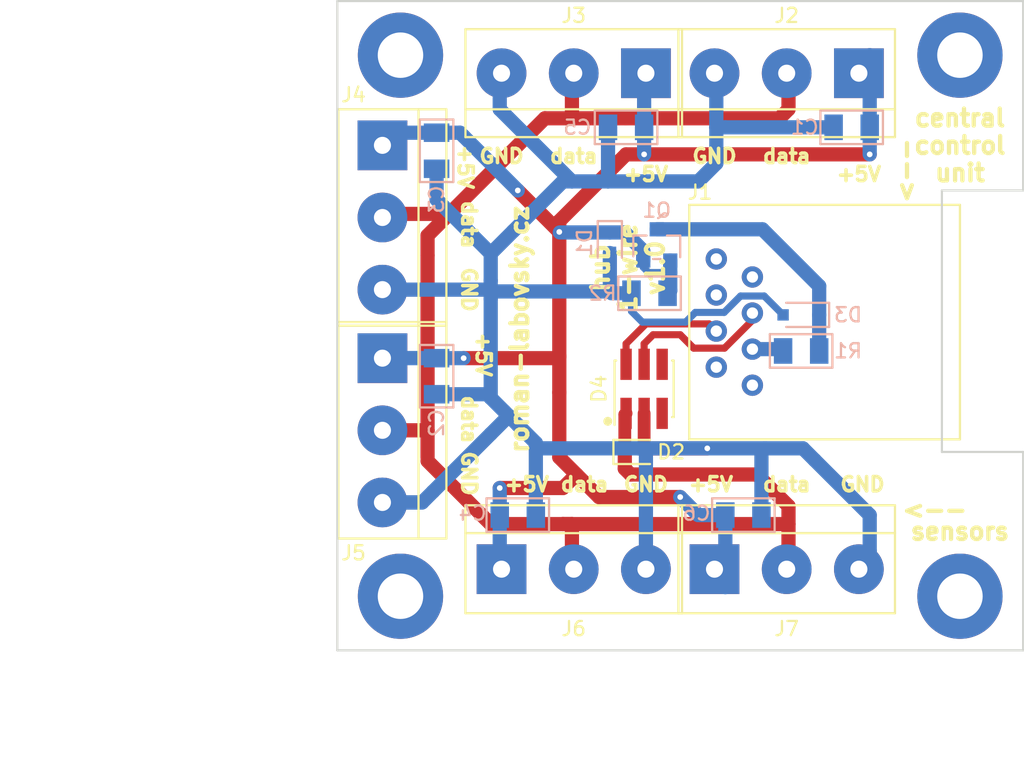
<source format=kicad_pcb>
(kicad_pcb (version 20221018) (generator pcbnew)
  (title_block (title "Hub 1-Wire bus") (rev "v1.0") (company "Roman Labovsky (roman-labovsky.cz)"))
  (layers (0 "F.Cu" signal) (31 "B.Cu" signal) (34 "B.Paste" user) (35 "F.Paste" user) (36 "B.SilkS" user "B.Silkscreen") (37 "F.SilkS" user "F.Silkscreen") (38 "B.Mask" user) (39 "F.Mask" user) (44 "Edge.Cuts" user))
  (net 0 "")
  (net 1 "GND")
  (net 2 "/data")
  (net 3 "Net-(D2-K)")
  (net 4 "/1WIRE_5V_OUT")
  (net 5 "Net-(D3-A1)")
  (net 7 "/1WIRE_5V")
  (net 9 "Net-(D4-A-Pad5)")
  (footprint "connector_rj45_tht_rl:54601-908WPLF" (layer "F.Cu") (at 166.751 88.392 90)
    (fp_text reference "J1" (at 9.144 -10.033 180) (layer "F.SilkS") (effects (font (thickness 0.16))))
    (fp_text value "54601-908WPLF")
    (fp_line (start -8.255 -10.795) (end -8.255 8.255) (stroke (width 0.16)) (layer "F.SilkS"))
    (fp_line (start -8.255 8.255) (end 8.255 8.255) (stroke (width 0.16)) (layer "F.SilkS"))
    (fp_line (start 8.255 -10.795) (end -8.255 -10.795) (stroke (width 0.16)) (layer "F.SilkS"))
    (fp_line (start 8.255 8.255) (end 8.255 -10.795) (stroke (width 0.16)) (layer "F.SilkS"))
    (pad "" np_thru_hole circle (at -5.716 0 90) (size 3.3 3.3) (drill 3.3) (layers "F&B.Cu" "*.Mask"))
    (pad "" np_thru_hole circle (at 5.716 0 90) (size 3.3 3.3) (drill 3.3) (layers "F&B.Cu" "*.Mask"))
    (pad "1" thru_hole circle (at -4.444 -6.35 90) (size 1.5 1.5) (drill 0.8) (layers "*.Cu" "*.Mask"))
    (pad "2" thru_hole circle (at -3.174 -8.89 90) (size 1.5 1.5) (drill 0.8) (layers "*.Cu" "*.Mask"))
    (pad "3" thru_hole circle (at -1.904 -6.35 90) (size 1.5 1.5) (drill 0.8) (layers "*.Cu" "*.Mask") (net 7 "/1WIRE_5V"))
    (pad "4" thru_hole circle (at -0.634 -8.89 90) (size 1.5 1.5) (drill 0.8) (layers "*.Cu" "*.Mask") (net 2 "/data"))
    (pad "5" thru_hole circle (at 0.636 -6.35 90) (size 1.5 1.5) (drill 0.8) (layers "*.Cu" "*.Mask") (net 9 "Net-(D4-A-Pad5)"))
    (pad "6" thru_hole circle (at 1.906 -8.89 270) (size 1.5 1.5) (drill 0.8) (layers "*.Cu" "*.Mask"))
    (pad "7" thru_hole circle (at 3.176 -6.35 90) (size 1.5 1.5) (drill 0.8) (layers "*.Cu" "*.Mask"))
    (pad "8" thru_hole circle (at 4.446 -8.89 90) (size 1.5 1.5) (drill 0.8) (layers "*.Cu" "*.Mask"))
  )
  (footprint "terminal_block_tht_rl:EBBA-03-C-SS-BU" (layer "F.Cu") (at 162.814 70.866 180)
    (fp_text reference "J2" (at 0 4.064 180) (layer "F.SilkS") (effects (font (thickness 0.16))))
    (fp_text value "EBBA-03-C-SS-BU")
    (fp_line (start -7.62 -4.5) (end -7.62 3.1) (stroke (width 0.16)) (layer "F.SilkS"))
    (fp_line (start 7.62 -4.5) (end -7.62 -4.5) (stroke (width 0.16)) (layer "F.SilkS"))
    (fp_line (start 7.62 -4.5) (end 7.62 3.1) (stroke (width 0.16)) (layer "F.SilkS"))
    (fp_line (start 7.62 -2.54) (end -7.62 -2.54) (stroke (width 0.16)) (layer "F.SilkS"))
    (fp_line (start 7.62 3.1) (end -7.62 3.1) (stroke (width 0.16)) (layer "F.SilkS"))
    (pad "1" thru_hole rect (at -5.08 0) (size 3.5 3.5) (drill 1.2) (layers "*.Cu" "*.Mask") (net 4 "/1WIRE_5V_OUT"))
    (pad "2" thru_hole circle (at 0 0) (size 3.5 3.5) (drill 1.2) (layers "*.Cu" "*.Mask") (net 3 "Net-(D2-K)"))
    (pad "3" thru_hole circle (at 5.08 0) (size 3.5 3.5) (drill 1.2) (layers "*.Cu" "*.Mask") (net 1 "GND"))
  )
  (footprint "terminal_block_tht_rl:EBBA-03-C-SS-BU" (layer "F.Cu") (at 134.366 81.026 -90)
    (fp_text reference "J4" (at -8.636 2.032) (layer "F.SilkS") (effects (font (thickness 0.16))))
    (fp_text value "EBBA-03-C-SS-BU")
    (fp_line (start -7.62 -4.5) (end -7.62 3.1) (stroke (width 0.16)) (layer "F.SilkS"))
    (fp_line (start 7.62 -4.5) (end -7.62 -4.5) (stroke (width 0.16)) (layer "F.SilkS"))
    (fp_line (start 7.62 -4.5) (end 7.62 3.1) (stroke (width 0.16)) (layer "F.SilkS"))
    (fp_line (start 7.62 -2.54) (end -7.62 -2.54) (stroke (width 0.16)) (layer "F.SilkS"))
    (fp_line (start 7.62 3.1) (end -7.62 3.1) (stroke (width 0.16)) (layer "F.SilkS"))
    (pad "1" thru_hole rect (at -5.08 0 90) (size 3.5 3.5) (drill 1.2) (layers "*.Cu" "*.Mask") (net 4 "/1WIRE_5V_OUT"))
    (pad "2" thru_hole circle (at 0 0 90) (size 3.5 3.5) (drill 1.2) (layers "*.Cu" "*.Mask") (net 3 "Net-(D2-K)"))
    (pad "3" thru_hole circle (at 5.08 0 90) (size 3.5 3.5) (drill 1.2) (layers "*.Cu" "*.Mask") (net 1 "GND"))
  )
  (footprint "terminal_block_tht_rl:EBBA-03-C-SS-BU" (layer "F.Cu") (at 134.366 96.012 -90)
    (fp_text reference "J5" (at 8.636 2.032 180) (layer "F.SilkS") (effects (font (thickness 0.16))))
    (fp_text value "EBBA-03-C-SS-BU")
    (fp_line (start -7.62 -4.5) (end -7.62 3.1) (stroke (width 0.16)) (layer "F.SilkS"))
    (fp_line (start 7.62 -4.5) (end -7.62 -4.5) (stroke (width 0.16)) (layer "F.SilkS"))
    (fp_line (start 7.62 -4.5) (end 7.62 3.1) (stroke (width 0.16)) (layer "F.SilkS"))
    (fp_line (start 7.62 -2.54) (end -7.62 -2.54) (stroke (width 0.16)) (layer "F.SilkS"))
    (fp_line (start 7.62 3.1) (end -7.62 3.1) (stroke (width 0.16)) (layer "F.SilkS"))
    (pad "1" thru_hole rect (at -5.08 0 90) (size 3.5 3.5) (drill 1.2) (layers "*.Cu" "*.Mask") (net 4 "/1WIRE_5V_OUT"))
    (pad "2" thru_hole circle (at 0 0 90) (size 3.5 3.5) (drill 1.2) (layers "*.Cu" "*.Mask") (net 3 "Net-(D2-K)"))
    (pad "3" thru_hole circle (at 5.08 0 90) (size 3.5 3.5) (drill 1.2) (layers "*.Cu" "*.Mask") (net 1 "GND"))
  )
  (footprint "terminal_block_tht_rl:EBBA-03-C-SS-BU" (layer "F.Cu") (at 147.828 70.866 180)
    (fp_text reference "J3" (at 0 4.064 180) (layer "F.SilkS") (effects (font (thickness 0.16))))
    (fp_text value "EBBA-03-C-SS-BU")
    (fp_line (start -7.62 -4.5) (end -7.62 3.1) (stroke (width 0.16)) (layer "F.SilkS"))
    (fp_line (start 7.62 -4.5) (end -7.62 -4.5) (stroke (width 0.16)) (layer "F.SilkS"))
    (fp_line (start 7.62 -4.5) (end 7.62 3.1) (stroke (width 0.16)) (layer "F.SilkS"))
    (fp_line (start 7.62 -2.54) (end -7.62 -2.54) (stroke (width 0.16)) (layer "F.SilkS"))
    (fp_line (start 7.62 3.1) (end -7.62 3.1) (stroke (width 0.16)) (layer "F.SilkS"))
    (pad "1" thru_hole rect (at -5.08 0) (size 3.5 3.5) (drill 1.2) (layers "*.Cu" "*.Mask") (net 4 "/1WIRE_5V_OUT"))
    (pad "2" thru_hole circle (at 0 0) (size 3.5 3.5) (drill 1.2) (layers "*.Cu" "*.Mask") (net 3 "Net-(D2-K)"))
    (pad "3" thru_hole circle (at 5.08 0) (size 3.5 3.5) (drill 1.2) (layers "*.Cu" "*.Mask") (net 1 "GND"))
  )
  (footprint "terminal_block_tht_rl:EBBA-03-C-SS-BU" (layer "F.Cu") (at 147.828 105.791)
    (fp_text reference "J6" (at 0 4.191 180) (layer "F.SilkS") (effects (font (thickness 0.16))))
    (fp_text value "EBBA-03-C-SS-BU")
    (fp_line (start -7.62 -4.5) (end -7.62 3.1) (stroke (width 0.16)) (layer "F.SilkS"))
    (fp_line (start 7.62 -4.5) (end -7.62 -4.5) (stroke (width 0.16)) (layer "F.SilkS"))
    (fp_line (start 7.62 -4.5) (end 7.62 3.1) (stroke (width 0.16)) (layer "F.SilkS"))
    (fp_line (start 7.62 -2.54) (end -7.62 -2.54) (stroke (width 0.16)) (layer "F.SilkS"))
    (fp_line (start 7.62 3.1) (end -7.62 3.1) (stroke (width 0.16)) (layer "F.SilkS"))
    (pad "1" thru_hole rect (at -5.08 0 180) (size 3.5 3.5) (drill 1.2) (layers "*.Cu" "*.Mask") (net 4 "/1WIRE_5V_OUT"))
    (pad "2" thru_hole circle (at 0 0 180) (size 3.5 3.5) (drill 1.2) (layers "*.Cu" "*.Mask") (net 3 "Net-(D2-K)"))
    (pad "3" thru_hole circle (at 5.08 0 180) (size 3.5 3.5) (drill 1.2) (layers "*.Cu" "*.Mask") (net 1 "GND"))
  )
  (footprint "package_tsoc_rl:tsoc_6" (layer "F.Cu") (at 152.781 93.091 90)
    (fp_text reference "D4" (at 0 -3.175 90) (layer "F.SilkS") (effects (font (thickness 0.16))))
    (fp_text value "DS9503_us")
    (fp_line (start -2.54 -2.08) (end 1.99 -2.08) (stroke (width 0.16)) (layer "F.SilkS"))
    (fp_line (start -1.99 1.9685) (end -1.99 2.08) (stroke (width 0.16)) (layer "F.SilkS"))
    (fp_line (start -1.99 2.08) (end 1.99 2.08) (stroke (width 0.16)) (layer "F.SilkS"))
    (fp_line (start 1.99 -2.08) (end 1.99 -1.9685) (stroke (width 0.16)) (layer "F.SilkS"))
    (fp_line (start 1.99 1.9685) (end 1.99 2.08) (stroke (width 0.16)) (layer "F.SilkS"))
    (fp_circle (center -2.286 -2.55499) (end -2.54 -2.55499) (stroke (width 0.12)) (fill none) (layer "F.SilkS"))
    (fp_circle (center -2.286 -2.55499) (end -2.286 -2.49149) (stroke (width 0.12)) (fill none) (layer "F.SilkS"))
    (fp_circle (center -2.286 -2.55499) (end -2.2225 -2.42799) (stroke (width 0.12)) (fill none) (layer "F.SilkS"))
    (pad "1" smd rect (at -1.7272 -1.27 90) (size 2.2 0.8) (layers "F.Cu" "F.Paste" "F.Mask") (net 3 "Net-(D2-K)"))
    (pad "2" smd rect (at -1.7272 0 90) (size 2.2 0.8) (layers "F.Cu" "F.Paste" "F.Mask") (net 1 "GND"))
    (pad "3" smd rect (at -1.7272 1.27 90) (size 2.2 0.8) (layers "F.Cu" "F.Paste" "F.Mask"))
    (pad "4" smd rect (at 1.7272 1.27 90) (size 2.2 0.8) (layers "F.Cu" "F.Paste" "F.Mask"))
    (pad "5" smd rect (at 1.7272 0 90) (size 2.2 0.8) (layers "F.Cu" "F.Paste" "F.Mask") (net 9 "Net-(D4-A-Pad5)"))
    (pad "6" smd rect (at 1.7272 -1.27 90) (size 2.2 0.8) (layers "F.Cu" "F.Paste" "F.Mask") (net 2 "/data"))
  )
  (footprint "package_sod_rl:sod_523" (layer "F.Cu") (at 152.146 97.536)
    (fp_text reference "D2" (at 2.54 0) (layer "F.SilkS") (effects (font (thickness 0.16))))
    (fp_text value "UCLAMP0501H.TCT")
    (fp_line (start -1.524 -0.85) (end -1.524 0.85) (stroke (width 0.16)) (layer "F.SilkS"))
    (fp_line (start -1.524 -0.85) (end 1.05 -0.85) (stroke (width 0.16)) (layer "F.SilkS"))
    (fp_line (start -1.524 0.85) (end 1.05 0.85) (stroke (width 0.16)) (layer "F.SilkS"))
    (pad "1" smd rect (at -0.725 0) (size 0.9 0.9) (layers "F.Cu" "F.Paste" "F.Mask") (net 3 "Net-(D2-K)"))
    (pad "2" smd rect (at 0.725 0) (size 0.9 0.9) (layers "F.Cu" "F.Paste" "F.Mask") (net 1 "GND"))
  )
  (footprint "terminal_block_tht_rl:EBBA-03-C-SS-BU" (layer "F.Cu") (at 162.814 105.791)
    (fp_text reference "J7" (at 0 4.191 180) (layer "F.SilkS") (effects (font (thickness 0.16))))
    (fp_text value "EBBA-03-C-SS-BU")
    (fp_line (start -7.62 -4.5) (end -7.62 3.1) (stroke (width 0.16)) (layer "F.SilkS"))
    (fp_line (start 7.62 -4.5) (end -7.62 -4.5) (stroke (width 0.16)) (layer "F.SilkS"))
    (fp_line (start 7.62 -4.5) (end 7.62 3.1) (stroke (width 0.16)) (layer "F.SilkS"))
    (fp_line (start 7.62 -2.54) (end -7.62 -2.54) (stroke (width 0.16)) (layer "F.SilkS"))
    (fp_line (start 7.62 3.1) (end -7.62 3.1) (stroke (width 0.16)) (layer "F.SilkS"))
    (pad "1" thru_hole rect (at -5.08 0 180) (size 3.5 3.5) (drill 1.2) (layers "*.Cu" "*.Mask") (net 4 "/1WIRE_5V_OUT"))
    (pad "2" thru_hole circle (at 0 0 180) (size 3.5 3.5) (drill 1.2) (layers "*.Cu" "*.Mask") (net 3 "Net-(D2-K)"))
    (pad "3" thru_hole circle (at 5.08 0 180) (size 3.5 3.5) (drill 1.2) (layers "*.Cu" "*.Mask") (net 1 "GND"))
  )
  (footprint "mounting_hole_pad_rl:mounting_hole_pad_3.2x6mm" (layer "F.Cu") (at 175.006 107.696)
    (fp_text reference "H4" hide)
    (fp_text value "mounting_hole_pad_3.2x6mm" hide)
    (pad "1" thru_hole circle (at 0 0) (size 6 6) (drill 3.2) (layers "*.Cu" "*.Mask"))
  )
  (footprint "mounting_hole_pad_rl:mounting_hole_pad_3.2x6mm" (layer "F.Cu") (at 175.006 69.596)
    (fp_text reference "H2" hide)
    (fp_text value "mounting_hole_pad_3.2x6mm" hide)
    (pad "1" thru_hole circle (at 0 0) (size 6 6) (drill 3.2) (layers "*.Cu" "*.Mask"))
  )
  (footprint "mounting_hole_pad_rl:mounting_hole_pad_3.2x6mm" (layer "F.Cu") (at 135.636 107.696)
    (fp_text reference "H3" hide)
    (fp_text value "mounting_hole_pad_3.2x6mm" hide)
    (pad "1" thru_hole circle (at 0 0) (size 6 6) (drill 3.2) (layers "*.Cu" "*.Mask"))
  )
  (footprint "mounting_hole_pad_rl:mounting_hole_pad_3.2x6mm" (layer "F.Cu") (at 135.636 69.596)
    (fp_text reference "H1" hide)
    (fp_text value "mounting_hole_pad_3.2x6mm" hide)
    (pad "1" thru_hole circle (at 0 0) (size 6 6) (drill 3.2) (layers "*.Cu" "*.Mask"))
  )
  (footprint "package_sod_rl:sod_523" (layer "B.Cu") (at 150.368 82.804 -90)
    (fp_text reference "D1" (at 0 1.778 270) (layer "B.SilkS") (effects (font (thickness 0.16)) (justify mirror)))
    (fp_text value "UCLAMP0501H.TCT")
    (fp_line (start -1.524 -0.85) (end 1.05 -0.85) (stroke (width 0.16)) (layer "B.SilkS"))
    (fp_line (start -1.524 0.85) (end -1.524 -0.85) (stroke (width 0.16)) (layer "B.SilkS"))
    (fp_line (start -1.524 0.85) (end 1.05 0.85) (stroke (width 0.16)) (layer "B.SilkS"))
    (pad "1" smd rect (at -0.725 0 270) (size 0.9 0.9) (layers "B.Cu" "B.Paste" "B.Mask") (net 4 "/1WIRE_5V_OUT"))
    (pad "2" smd rect (at 0.725 0 270) (size 0.9 0.9) (layers "B.Cu" "B.Paste" "B.Mask") (net 1 "GND"))
  )
  (footprint "capacitor_smd_rl:c_1206" (layer "B.Cu") (at 167.386 74.676 180)
    (fp_text reference "C1" (at 3.302 0) (layer "B.SilkS") (effects (font (thickness 0.16)) (justify mirror)))
    (fp_text value "1uF")
    (fp_line (start -2.2 -1.18) (end -2.2 1.18) (stroke (width 0.16)) (layer "B.SilkS"))
    (fp_line (start -2.2 1.18) (end 2.2 1.18) (stroke (width 0.16)) (layer "B.SilkS"))
    (fp_line (start 2.2 -1.18) (end -2.2 -1.18) (stroke (width 0.16)) (layer "B.SilkS"))
    (fp_line (start 2.2 1.18) (end 2.2 -1.18) (stroke (width 0.16)) (layer "B.SilkS"))
    (pad "1" smd trapezoid (at -1.27 0 180) (size 1.3 1.8) (layers "B.Cu" "B.Paste" "B.Mask") (net 4 "/1WIRE_5V_OUT"))
    (pad "2" smd trapezoid (at 1.27 0 180) (size 1.3 1.8) (layers "B.Cu" "B.Paste" "B.Mask") (net 1 "GND"))
  )
  (footprint "capacitor_smd_rl:c_1206" (layer "B.Cu") (at 138.176 92.202 -90)
    (fp_text reference "C2" (at 3.302 0 90) (layer "B.SilkS") (effects (font (thickness 0.16)) (justify mirror)))
    (fp_text value "1uF")
    (fp_line (start -2.2 -1.18) (end -2.2 1.18) (stroke (width 0.16)) (layer "B.SilkS"))
    (fp_line (start -2.2 1.18) (end 2.2 1.18) (stroke (width 0.16)) (layer "B.SilkS"))
    (fp_line (start 2.2 -1.18) (end -2.2 -1.18) (stroke (width 0.16)) (layer "B.SilkS"))
    (fp_line (start 2.2 1.18) (end 2.2 -1.18) (stroke (width 0.16)) (layer "B.SilkS"))
    (pad "1" smd trapezoid (at -1.27 0 270) (size 1.3 1.8) (layers "B.Cu" "B.Paste" "B.Mask") (net 4 "/1WIRE_5V_OUT"))
    (pad "2" smd trapezoid (at 1.27 0 270) (size 1.3 1.8) (layers "B.Cu" "B.Paste" "B.Mask") (net 1 "GND"))
  )
  (footprint "capacitor_smd_rl:c_1206" (layer "B.Cu") (at 151.511 74.676 180)
    (fp_text reference "C5" (at 3.429 0) (layer "B.SilkS") (effects (font (thickness 0.16)) (justify mirror)))
    (fp_text value "1uF")
    (fp_line (start -2.2 -1.18) (end -2.2 1.18) (stroke (width 0.16)) (layer "B.SilkS"))
    (fp_line (start -2.2 1.18) (end 2.2 1.18) (stroke (width 0.16)) (layer "B.SilkS"))
    (fp_line (start 2.2 -1.18) (end -2.2 -1.18) (stroke (width 0.16)) (layer "B.SilkS"))
    (fp_line (start 2.2 1.18) (end 2.2 -1.18) (stroke (width 0.16)) (layer "B.SilkS"))
    (pad "1" smd trapezoid (at -1.27 0 180) (size 1.3 1.8) (layers "B.Cu" "B.Paste" "B.Mask") (net 4 "/1WIRE_5V_OUT"))
    (pad "2" smd trapezoid (at 1.27 0 180) (size 1.3 1.8) (layers "B.Cu" "B.Paste" "B.Mask") (net 1 "GND"))
  )
  (footprint "capacitor_smd_rl:c_1206" (layer "B.Cu") (at 143.891 101.981)
    (fp_text reference "C4" (at -3.175 -0.127) (layer "B.SilkS") (effects (font (thickness 0.16)) (justify mirror)))
    (fp_text value "1uF")
    (fp_line (start -2.2 -1.18) (end -2.2 1.18) (stroke (width 0.16)) (layer "B.SilkS"))
    (fp_line (start -2.2 1.18) (end 2.2 1.18) (stroke (width 0.16)) (layer "B.SilkS"))
    (fp_line (start 2.2 -1.18) (end -2.2 -1.18) (stroke (width 0.16)) (layer "B.SilkS"))
    (fp_line (start 2.2 1.18) (end 2.2 -1.18) (stroke (width 0.16)) (layer "B.SilkS"))
    (pad "1" smd trapezoid (at -1.27 0) (size 1.3 1.8) (layers "B.Cu" "B.Paste" "B.Mask") (net 4 "/1WIRE_5V_OUT"))
    (pad "2" smd trapezoid (at 1.27 0) (size 1.3 1.8) (layers "B.Cu" "B.Paste" "B.Mask") (net 1 "GND"))
  )
  (footprint "capacitor_smd_rl:c_1206" (layer "B.Cu") (at 159.766 101.981)
    (fp_text reference "C6" (at -3.302 -0.127) (layer "B.SilkS") (effects (font (thickness 0.16)) (justify mirror)))
    (fp_text value "1uF")
    (fp_line (start -2.2 -1.18) (end -2.2 1.18) (stroke (width 0.16)) (layer "B.SilkS"))
    (fp_line (start -2.2 1.18) (end 2.2 1.18) (stroke (width 0.16)) (layer "B.SilkS"))
    (fp_line (start 2.2 -1.18) (end -2.2 -1.18) (stroke (width 0.16)) (layer "B.SilkS"))
    (fp_line (start 2.2 1.18) (end 2.2 -1.18) (stroke (width 0.16)) (layer "B.SilkS"))
    (pad "1" smd trapezoid (at -1.27 0) (size 1.3 1.8) (layers "B.Cu" "B.Paste" "B.Mask") (net 4 "/1WIRE_5V_OUT"))
    (pad "2" smd trapezoid (at 1.27 0) (size 1.3 1.8) (layers "B.Cu" "B.Paste" "B.Mask") (net 1 "GND"))
  )
  (footprint "package_sod_rl:sod_323" (layer "B.Cu") (at 163.83 87.884 180)
    (fp_text reference "D3" (at -3.302 0) (layer "B.SilkS") (effects (font (thickness 0.16)) (justify mirror)))
    (fp_text value "ESD3B5V0WS")
    (fp_line (start -1.9685 -0.85) (end 1.05 -0.85) (stroke (width 0.16)) (layer "B.SilkS"))
    (fp_line (start -1.9685 0.85) (end -1.9685 -0.85) (stroke (width 0.16)) (layer "B.SilkS"))
    (fp_line (start -1.9685 0.85) (end 1.05 0.85) (stroke (width 0.16)) (layer "B.SilkS"))
    (pad "1" smd rect (at -1.27 0 180) (size 0.8 0.8) (layers "B.Cu" "B.Paste" "B.Mask") (net 5 "Net-(D3-A1)"))
    (pad "2" smd rect (at 1.27 0 180) (size 0.8 0.8) (layers "B.Cu" "B.Paste" "B.Mask") (net 1 "GND"))
  )
  (footprint "package_sot_rl:sot_23" (layer "B.Cu") (at 153.67 83.058 90)
    (fp_text reference "Q1" (at 2.54 0 180) (layer "B.SilkS") (effects (font (thickness 0.16)) (justify mirror)))
    (fp_text value "YJL3415A")
    (fp_line (start -0.889 0.254) (end -0.889 -0.254) (stroke (width 0.16)) (layer "B.SilkS"))
    (fp_line (start 0.76 -1.651) (end -0.7 -1.651) (stroke (width 0.16)) (layer "B.SilkS"))
    (fp_line (start 0.76 -1.651) (end 0.76 -0.721) (stroke (width 0.16)) (layer "B.SilkS"))
    (fp_line (start 0.76 1.651) (end -0.762 1.651) (stroke (width 0.16)) (layer "B.SilkS"))
    (fp_line (start 0.76 1.651) (end 0.76 0.721) (stroke (width 0.16)) (layer "B.SilkS"))
    (pad "1" smd rect (at -1 0.95 90) (size 1 1) (layers "B.Cu" "B.Paste" "B.Mask") (net 4 "/1WIRE_5V_OUT"))
    (pad "2" smd rect (at -1 -0.95 90) (size 1 1) (layers "B.Cu" "B.Paste" "B.Mask") (net 4 "/1WIRE_5V_OUT"))
    (pad "3" smd rect (at 1.2 0 90) (size 1 1) (layers "B.Cu" "B.Paste" "B.Mask") (net 5 "Net-(D3-A1)"))
  )
  (footprint "resistor_smd_rl:r_1206" (layer "B.Cu") (at 163.83 90.424 180)
    (fp_text reference "R1" (at -3.302 0) (layer "B.SilkS") (effects (font (thickness 0.16)) (justify mirror)))
    (fp_text value "10R/0.5W")
    (fp_line (start -2.2 -1.18) (end -2.2 1.18) (stroke (width 0.16)) (layer "B.SilkS"))
    (fp_line (start -2.2 1.18) (end 2.2 1.18) (stroke (width 0.16)) (layer "B.SilkS"))
    (fp_line (start 2.2 -1.18) (end -2.2 -1.18) (stroke (width 0.16)) (layer "B.SilkS"))
    (fp_line (start 2.2 1.18) (end 2.2 -1.18) (stroke (width 0.16)) (layer "B.SilkS"))
    (pad "1" smd trapezoid (at -1.27 0 180) (size 1.3 1.8) (layers "B.Cu" "B.Paste" "B.Mask") (net 5 "Net-(D3-A1)"))
    (pad "2" smd trapezoid (at 1.27 0 180) (size 1.3 1.8) (layers "B.Cu" "B.Paste" "B.Mask") (net 7 "/1WIRE_5V"))
  )
  (footprint "resistor_smd_rl:r_1206" (layer "B.Cu") (at 153.162 86.36 180)
    (fp_text reference "R2" (at 3.302 0) (layer "B.SilkS") (effects (font (thickness 0.16)) (justify mirror)))
    (fp_text value "100k")
    (fp_line (start -2.2 -1.18) (end -2.2 1.18) (stroke (width 0.16)) (layer "B.SilkS"))
    (fp_line (start -2.2 1.18) (end 2.2 1.18) (stroke (width 0.16)) (layer "B.SilkS"))
    (fp_line (start 2.2 -1.18) (end -2.2 -1.18) (stroke (width 0.16)) (layer "B.SilkS"))
    (fp_line (start 2.2 1.18) (end 2.2 -1.18) (stroke (width 0.16)) (layer "B.SilkS"))
    (pad "1" smd trapezoid (at -1.27 0 180) (size 1.3 1.8) (layers "B.Cu" "B.Paste" "B.Mask") (net 4 "/1WIRE_5V_OUT"))
    (pad "2" smd trapezoid (at 1.27 0 180) (size 1.3 1.8) (layers "B.Cu" "B.Paste" "B.Mask") (net 1 "GND"))
  )
  (footprint "capacitor_smd_rl:c_1206" (layer "B.Cu") (at 138.176 76.327 -90)
    (fp_text reference "C3" (at 3.429 0 90) (layer "B.SilkS") (effects (font (thickness 0.16)) (justify mirror)))
    (fp_text value "1uF")
    (fp_line (start -2.2 -1.18) (end -2.2 1.18) (stroke (width 0.16)) (layer "B.SilkS"))
    (fp_line (start -2.2 1.18) (end 2.2 1.18) (stroke (width 0.16)) (layer "B.SilkS"))
    (fp_line (start 2.2 -1.18) (end -2.2 -1.18) (stroke (width 0.16)) (layer "B.SilkS"))
    (fp_line (start 2.2 1.18) (end 2.2 -1.18) (stroke (width 0.16)) (layer "B.SilkS"))
    (pad "1" smd trapezoid (at -1.27 0 270) (size 1.3 1.8) (layers "B.Cu" "B.Paste" "B.Mask") (net 4 "/1WIRE_5V_OUT"))
    (pad "2" smd trapezoid (at 1.27 0 270) (size 1.3 1.8) (layers "B.Cu" "B.Paste" "B.Mask") (net 1 "GND"))
  )
  (gr_line (start 131.191 111.506) (end 131.191 65.786) (stroke (width 0.15)) (layer "Edge.Cuts"))
  (gr_line (start 179.451 65.786) (end 179.451 79.121) (stroke (width 0.15)) (layer "Edge.Cuts"))
  (gr_line (start 131.191 111.506) (end 179.451 111.506) (stroke (width 0.15)) (layer "Edge.Cuts"))
  (gr_line (start 173.736 79.121) (end 179.451 79.121) (stroke (width 0.15)) (layer "Edge.Cuts"))
  (gr_line (start 173.736 79.121) (end 173.736 97.536) (stroke (width 0.15)) (layer "Edge.Cuts"))
  (gr_line (start 173.736 97.536) (end 179.451 97.536) (stroke (width 0.15)) (layer "Edge.Cuts"))
  (gr_line (start 179.451 97.536) (end 179.451 111.506) (stroke (width 0.15)) (layer "Edge.Cuts"))
  (gr_line (start 131.191 65.786) (end 179.451 65.786) (stroke (width 0.15)) (layer "Edge.Cuts"))
  (gr_text "data" (at 162.814 76.708) (layer "F.SilkS") (effects (font (size 1 1) (thickness 0.25))))
  (gr_text "GND" (at 157.734 76.708) (layer "F.SilkS") (effects (font (size 1 1) (thickness 0.25))))
  (gr_text "+5V" (at 152.908 77.978) (layer "F.SilkS") (effects (font (size 1 1) (thickness 0.25))))
  (gr_text "GND" (at 142.748 76.708) (layer "F.SilkS") (effects (font (size 1 1) (thickness 0.25))))
  (gr_text "+5V" (at 140.208 77.47 270) (layer "F.SilkS") (effects (font (size 1 1) (thickness 0.25))))
  (gr_text "data" (at 140.462 81.534 270) (layer "F.SilkS") (effects (font (size 1 1) (thickness 0.25))))
  (gr_text "GND" (at 140.462 86.106 270) (layer "F.SilkS") (effects (font (size 1 1) (thickness 0.25))))
  (gr_text "+5V" (at 141.478 90.678 270) (layer "F.SilkS") (effects (font (size 1 1) (thickness 0.25))))
  (gr_text "data" (at 140.462 95.25 270) (layer "F.SilkS") (effects (font (size 1 1) (thickness 0.25))))
  (gr_text "GND" (at 140.462 99.06 270) (layer "F.SilkS") (effects (font (size 1 1) (thickness 0.25))))
  (gr_text "GND" (at 152.908 99.822) (layer "F.SilkS") (effects (font (size 1 1) (thickness 0.25))))
  (gr_text "data" (at 148.59 99.822) (layer "F.SilkS") (effects (font (size 1 1) (thickness 0.25))))
  (gr_text "+5V" (at 144.526 99.822) (layer "F.SilkS") (effects (font (size 1 1) (thickness 0.25))))
  (gr_text "GND" (at 168.148 99.822) (layer "F.SilkS") (effects (font (size 1 1) (thickness 0.25))))
  (gr_text "data" (at 162.814 99.822) (layer "F.SilkS") (effects (font (size 1 1) (thickness 0.25))))
  (gr_text "+5V" (at 157.48 99.822) (layer "F.SilkS") (effects (font (size 1 1) (thickness 0.25))))
  (gr_text "data" (at 147.828 76.708) (layer "F.SilkS") (effects (font (size 1 1) (thickness 0.25))))
  (gr_text "central\ncontrol\nunit" (at 175.006 75.946) (layer "F.SilkS") (effects (font (size 1.2 1.2) (thickness 0.3))))
  (gr_text "hub\n1-wire\nv1.0" (at 151.638 84.582 90) (layer "F.SilkS") (effects (font (size 1.2 1.2) (thickness 0.3))))
  (gr_text "sensors" (at 175.006 103.124) (layer "F.SilkS") (effects (font (size 1.2 1.2) (thickness 0.3))))
  (gr_text "<--" (at 173.228 101.6) (layer "F.SilkS") (effects (font (size 1.2 1.2) (thickness 0.3))))
  (gr_text "<--" (at 171.196 77.724 90) (layer "F.SilkS") (effects (font (size 1.2 1.2) (thickness 0.3))))
  (gr_text "roman-labovsky.cz" (at 144.018 88.9 90) (layer "F.SilkS") (effects (font (size 1.2 1.2) (thickness 0.3))))
  (gr_text "+5V" (at 167.894 77.978) (layer "F.SilkS") (effects (font (size 1 1) (thickness 0.25))))
  (segment (start 152.781 94.8182) (end 152.781 96.901) (width 0.9) (layer "F.Cu") (net 1))
  (segment (start 157.226 97.282) (end 153.416 97.282) (width 1) (layer "F.Cu") (net 1))
  (segment (start 152.781 97.446) (end 152.871 97.536) (width 0.9) (layer "F.Cu") (net 1))
  (segment (start 152.781 96.901) (end 152.781 97.446) (width 0.9) (layer "F.Cu") (net 1))
  (via (at 157.226 97.282) (size 0.8) (drill 0.4) (layers "F.Cu" "B.Cu") (net 1))
  (segment (start 141.986 83.566) (end 141.986 85.471) (width 1) (layer "B.Cu") (net 1))
  (segment (start 142.621 73.406) (end 147.701 78.486) (width 1) (layer "B.Cu") (net 1))
  (segment (start 138.176 79.756) (end 141.986 83.566) (width 1) (layer "B.Cu") (net 1))
  (segment (start 141.986 93.726) (end 141.986 86.741) (width 1) (layer "B.Cu") (net 1))
  (segment (start 150.241 74.676) (end 150.241 78.486) (width 1) (layer "B.Cu") (net 1))
  (segment (start 151.892 86.36) (end 150.495 86.36) (width 1) (layer "B.Cu") (net 1))
  (segment (start 137.922 100.33) (end 141.986 96.266) (width 1) (layer "B.Cu") (net 1))
  (segment (start 150.368 86.233) (end 150.495 86.36) (width 1) (layer "B.Cu") (net 1))
  (segment (start 168.656 104.521) (end 168.656 101.981) (width 1) (layer "B.Cu") (net 1))
  (segment (start 143.891 95.631) (end 143.256 94.996) (width 1) (layer "B.Cu") (net 1))
  (segment (start 137.16 101.092) (end 137.922 100.33) (width 1) (layer "B.Cu") (net 1))
  (segment (start 152.908 105.791) (end 152.908 97.79) (width 1) (layer "B.Cu") (net 1))
  (segment (start 134.366 86.106) (end 141.986 86.106) (width 1) (layer "B.Cu") (net 1))
  (segment (start 141.732 93.472) (end 141.986 93.726) (width 1) (layer "B.Cu") (net 1))
  (segment (start 167.386 105.791) (end 168.656 104.521) (width 1) (layer "B.Cu") (net 1))
  (segment (start 155.702 88.392) (end 156.38399 87.71001) (width 0.5) (layer "B.Cu") (net 1))
  (segment (start 147.701 78.486) (end 147.066 78.486) (width 1) (layer "B.Cu") (net 1))
  (segment (start 161.29 97.282) (end 163.957 97.282) (width 1) (layer "B.Cu") (net 1))
  (segment (start 150.368 83.529) (end 150.368 86.233) (width 1) (layer "B.Cu") (net 1))
  (segment (start 158.412992 87.71001) (end 156.38399 87.71001) (width 0.5) (layer "B.Cu") (net 1))
  (segment (start 145.161 101.981) (end 145.161 96.901) (width 1) (layer "B.Cu") (net 1))
  (segment (start 145.161 97.282) (end 152.4 97.282) (width 1) (layer "B.Cu") (net 1))
  (segment (start 161.231999 86.555999) (end 159.567003 86.555999) (width 0.5) (layer "B.Cu") (net 1))
  (segment (start 159.567003 86.555999) (end 158.412992 87.71001) (width 0.5) (layer "B.Cu") (net 1))
  (segment (start 150.368 86.233) (end 142.113 86.233) (width 1) (layer "B.Cu") (net 1))
  (segment (start 166.116 74.676) (end 158.496 74.676) (width 1) (layer "B.Cu") (net 1))
  (segment (start 161.036 101.981) (end 161.036 97.536) (width 1) (layer "B.Cu") (net 1))
  (segment (start 152.654 88.392) (end 155.702 88.392) (width 0.5) (layer "B.Cu") (net 1))
  (segment (start 142.9385 94.6785) (end 141.986 93.726) (width 1) (layer "B.Cu") (net 1))
  (segment (start 162.56 87.884) (end 161.231999 86.555999) (width 0.5) (layer "B.Cu") (net 1))
  (segment (start 138.176 93.472) (end 141.732 93.472) (width 1) (layer "B.Cu") (net 1))
  (segment (start 163.957 97.282) (end 164.7825 98.1075) (width 1) (layer "B.Cu") (net 1))
  (segment (start 143.891 95.631) (end 145.161 96.901) (width 1) (layer "B.Cu") (net 1))
  (segment (start 143.256 94.996) (end 142.9385 94.6785) (width 1) (layer "B.Cu") (net 1))
  (segment (start 151.892 87.63) (end 152.654 88.392) (width 0.5) (layer "B.Cu") (net 1))
  (segment (start 142.113 86.233) (end 141.986 86.106) (width 1) (layer "B.Cu") (net 1))
  (segment (start 151.892 86.36) (end 151.892 87.63) (width 0.5) (layer "B.Cu") (net 1))
  (segment (start 161.036 97.536) (end 161.29 97.282) (width 1) (layer "B.Cu") (net 1))
  (segment (start 134.366 101.092) (end 136.906 101.092) (width 1) (layer "B.Cu") (net 1))
  (segment (start 157.861 74.676) (end 157.861 77.216) (width 1) (layer "B.Cu") (net 1))
  (segment (start 143.5735 81.9785) (end 141.986 83.566) (width 1) (layer "B.Cu") (net 1))
  (segment (start 142.621 70.866) (end 142.621 73.406) (width 1) (layer "B.Cu") (net 1))
  (segment (start 157.861 74.676) (end 158.496 74.676) (width 1) (layer "B.Cu") (net 1))
  (segment (start 134.366 101.092) (end 137.16 101.092) (width 1) (layer "B.Cu") (net 1))
  (segment (start 147.066 78.486) (end 143.5735 81.9785) (width 1) (layer "B.Cu") (net 1))
  (segment (start 168.656 101.981) (end 164.7825 98.1075) (width 1) (layer "B.Cu") (net 1))
  (segment (start 138.176 77.597) (end 138.176 79.756) (width 1) (layer "B.Cu") (net 1))
  (segment (start 141.986 96.266) (end 143.256 94.996) (width 1) (layer "B.Cu") (net 1))
  (segment (start 157.861 77.216) (end 156.591 78.486) (width 1) (layer "B.Cu") (net 1))
  (segment (start 156.591 78.486) (end 150.241 78.486) (width 1) (layer "B.Cu") (net 1))
  (segment (start 150.241 78.486) (end 147.701 78.486) (width 1) (layer "B.Cu") (net 1))
  (segment (start 152.4 97.282) (end 161.29 97.282) (width 1) (layer "B.Cu") (net 1))
  (segment (start 157.861 70.866) (end 157.861 74.676) (width 1) (layer "B.Cu") (net 1))
  (segment (start 141.986 86.106) (end 141.986 85.471) (width 1) (layer "B.Cu") (net 1))
  (segment (start 141.986 86.741) (end 141.986 86.106) (width 1) (layer "B.Cu") (net 1))
  (segment (start 152.9085 88.5185) (end 151.511 89.916) (width 0.5) (layer "F.Cu") (net 2))
  (segment (start 151.511 89.916) (end 151.511 90.551) (width 0.5) (layer "F.Cu") (net 2))
  (segment (start 151.511 90.551) (end 151.511 91.3638) (width 0.5) (layer "F.Cu") (net 2))
  (segment (start 157.3535 88.5185) (end 152.9085 88.5185) (width 0.5) (layer "F.Cu") (net 2))
  (segment (start 157.861 89.026) (end 157.3535 88.5185) (width 0.5) (layer "F.Cu") (net 2))
  (segment (start 134.366 96.012) (end 137.541 96.012) (width 1) (layer "F.Cu") (net 3))
  (segment (start 137.541 96.012) (end 137.541 83.693) (width 1) (layer "F.Cu") (net 3))
  (segment (start 141.351 101.981) (end 137.541 98.171) (width 1) (layer "F.Cu") (net 3))
  (segment (start 162.941 101.346) (end 161.3535 99.7585) (width 1) (layer "F.Cu") (net 3))
  (segment (start 162.941 105.791) (end 162.941 102.616) (width 1) (layer "F.Cu") (net 3))
  (segment (start 162.941 70.866) (end 162.941 73.406) (width 1) (layer "F.Cu") (net 3))
  (segment (start 147.701 70.866) (end 147.701 74.041) (width 1) (layer "F.Cu") (net 3))
  (segment (start 137.541 83.693) (end 137.541 82.296) (width 1) (layer "F.Cu") (net 3))
  (segment (start 147.701 72.136) (end 147.701 70.866) (width 1) (layer "F.Cu") (net 3))
  (segment (start 147.701 105.791) (end 147.701 102.616) (width 1) (layer "F.Cu") (net 3))
  (segment (start 151.511 74.041) (end 147.701 74.041) (width 1) (layer "F.Cu") (net 3))
  (segment (start 162.306 74.041) (end 151.511 74.041) (width 1) (layer "F.Cu") (net 3))
  (segment (start 147.701 104.521) (end 148.971 105.791) (width 1) (layer "F.Cu") (net 3))
  (segment (start 147.066 102.616) (end 141.986 102.616) (width 1) (layer "F.Cu") (net 3))
  (segment (start 137.541 97.917) (end 137.541 96.012) (width 1) (layer "F.Cu") (net 3))
  (segment (start 161.3535 99.7585) (end 160.7185 99.1235) (width 1) (layer "F.Cu") (net 3))
  (segment (start 137.541 82.296) (end 145.796 74.041) (width 1) (layer "F.Cu") (net 3))
  (segment (start 145.796 74.041) (end 147.701 74.041) (width 1) (layer "F.Cu") (net 3))
  (segment (start 151.8285 99.1235) (end 151.421 98.716) (width 1) (layer "F.Cu") (net 3))
  (segment (start 160.7185 99.1235) (end 151.8285 99.1235) (width 1) (layer "F.Cu") (net 3))
  (segment (start 151.421 97.536) (end 151.421 94.9082) (width 0.9) (layer "F.Cu") (net 3))
  (segment (start 147.701 102.616) (end 147.066 102.616) (width 1) (layer "F.Cu") (net 3))
  (segment (start 141.986 102.616) (end 141.351 101.981) (width 1) (layer "F.Cu") (net 3))
  (segment (start 147.701 72.136) (end 148.971 70.866) (width 1) (layer "F.Cu") (net 3))
  (segment (start 162.941 73.406) (end 162.306 74.041) (width 1) (layer "F.Cu") (net 3))
  (segment (start 147.066 102.616) (end 162.941 102.616) (width 1) (layer "F.Cu") (net 3))
  (segment (start 151.421 98.716) (end 151.421 97.536) (width 1) (layer "F.Cu") (net 3))
  (segment (start 134.366 80.772) (end 138.811 80.772) (width 1) (layer "F.Cu") (net 3))
  (segment (start 162.941 102.616) (end 162.941 101.346) (width 1) (layer "F.Cu") (net 3))
  (segment (start 151.421 94.9082) (end 151.511 94.8182) (width 0.9) (layer "F.Cu") (net 3))
  (segment (start 142.621 100.076) (end 147.066 100.076) (width 1) (layer "F.Cu") (net 4))
  (segment (start 143.891 79.121) (end 146.812 82.042) (width 1) (layer "F.Cu") (net 4))
  (segment (start 146.812 86.487) (end 146.812 90.805) (width 1) (layer "F.Cu") (net 4))
  (segment (start 151.511 76.581) (end 152.781 76.581) (width 1) (layer "F.Cu") (net 4))
  (segment (start 147.066 100.076) (end 148.0185 99.1235) (width 1) (layer "F.Cu") (net 4))
  (segment (start 146.812 97.917) (end 146.812 93.345) (width 1) (layer "F.Cu") (net 4))
  (segment (start 146.812 93.345) (end 146.812 90.805) (width 1) (layer "F.Cu") (net 4))
  (segment (start 146.812 82.042) (end 146.812 86.487) (width 1) (layer "F.Cu") (net 4))
  (segment (start 140.081 90.932) (end 146.685 90.932) (width 1) (layer "F.Cu") (net 4))
  (segment (start 155.321 100.711) (end 149.606 100.711) (width 1) (layer "F.Cu") (net 4))
  (segment (start 146.812 82.042) (end 146.812 81.28) (width 1) (layer "F.Cu") (net 4))
  (segment (start 168.656 76.581) (end 152.781 76.581) (width 1) (layer "F.Cu") (net 4))
  (segment (start 146.685 90.932) (end 146.812 90.805) (width 1) (layer "F.Cu") (net 4))
  (segment (start 149.606 100.711) (end 148.0185 99.1235) (width 1) (layer "F.Cu") (net 4))
  (segment (start 146.812 81.28) (end 151.511 76.581) (width 1) (layer "F.Cu") (net 4))
  (segment (start 148.0185 99.1235) (end 146.812 97.917) (width 1) (layer "F.Cu") (net 4))
  (via (at 140.081 90.932) (size 0.8) (drill 0.4) (layers "F.Cu" "B.Cu") (net 4))
  (via (at 152.781 76.581) (size 0.8) (drill 0.4) (layers "F.Cu" "B.Cu") (net 4))
  (via (at 168.656 76.581) (size 0.8) (drill 0.4) (layers "F.Cu" "B.Cu") (net 4))
  (via (at 146.812 82.042) (size 0.8) (drill 0.4) (layers "F.Cu" "B.Cu") (net 4))
  (via (at 143.891 79.121) (size 0.8) (drill 0.4) (layers "F.Cu" "B.Cu") (net 4))
  (via (at 155.321 100.711) (size 0.8) (drill 0.4) (layers "F.Cu" "B.Cu") (net 4))
  (via (at 142.621 100.076) (size 0.8) (drill 0.4) (layers "F.Cu" "B.Cu") (net 4))
  (segment (start 154.62 86.172) (end 154.432 86.36) (width 1) (layer "B.Cu") (net 4))
  (segment (start 134.366 90.932) (end 138.811 90.932) (width 1) (layer "B.Cu") (net 4))
  (segment (start 154.62 84.058) (end 154.62 84.902) (width 1) (layer "B.Cu") (net 4))
  (segment (start 139.827 75.057) (end 140.081 75.311) (width 1) (layer "B.Cu") (net 4))
  (segment (start 158.496 101.981) (end 158.496 105.791) (width 1) (layer "B.Cu") (net 4))
  (segment (start 134.366 75.057) (end 138.176 75.057) (width 1) (layer "B.Cu") (net 4))
  (segment (start 152.781 74.676) (end 152.781 76.581) (width 1) (layer "B.Cu") (net 4))
  (segment (start 143.891 79.121) (end 140.081 75.311) (width 1) (layer "B.Cu") (net 4))
  (segment (start 156.591 101.981) (end 155.321 100.711) (width 1) (layer "B.Cu") (net 4))
  (segment (start 168.656 74.676) (end 168.656 70.866) (width 1) (layer "B.Cu") (net 4))
  (segment (start 152.72 83.378) (end 152.72 84.058) (width 1) (layer "B.Cu") (net 4))
  (segment (start 154.62 84.902) (end 153.096 84.902) (width 0.5) (layer "B.Cu") (net 4))
  (segment (start 168.656 74.676) (end 168.656 76.581) (width 1) (layer "B.Cu") (net 4))
  (segment (start 158.496 101.981) (end 156.591 101.981) (width 1) (layer "B.Cu") (net 4))
  (segment (start 152.72 84.526) (end 153.096 84.902) (width 0.5) (layer "B.Cu") (net 4))
  (segment (start 158.496 107.061) (end 158.496 105.791) (width 1) (layer "B.Cu") (net 4))
  (segment (start 138.176 75.057) (end 139.827 75.057) (width 1) (layer "B.Cu") (net 4))
  (segment (start 142.621 101.981) (end 142.621 100.076) (width 1) (layer "B.Cu") (net 4))
  (segment (start 138.176 90.932) (end 140.081 90.932) (width 1) (layer "B.Cu") (net 4))
  (segment (start 150.368 82.079) (end 151.421 82.079) (width 1) (layer "B.Cu") (net 4))
  (segment (start 150.368 82.079) (end 146.849 82.079) (width 1) (layer "B.Cu") (net 4))
  (segment (start 151.421 82.079) (end 152.72 83.378) (width 1) (layer "B.Cu") (net 4))
  (segment (start 168.656 69.596) (end 168.656 70.866) (width 1) (layer "B.Cu") (net 4))
  (segment (start 154.62 84.902) (end 154.62 86.172) (width 1) (layer "B.Cu") (net 4))
  (segment (start 152.72 84.058) (end 152.72 84.526) (width 0.5) (layer "B.Cu") (net 4))
  (segment (start 152.781 70.866) (end 152.781 74.676) (width 1) (layer "B.Cu") (net 4))
  (segment (start 142.621 101.981) (end 142.621 105.791) (width 1) (layer "B.Cu") (net 4))
  (segment (start 134.366 90.932) (end 138.176 90.932) (width 1) (layer "B.Cu") (net 4))
  (segment (start 165.1 85.852) (end 161.106 81.858) (width 1) (layer "B.Cu") (net 5))
  (segment (start 165.1 87.884) (end 165.1 85.852) (width 1) (layer "B.Cu") (net 5))
  (segment (start 165.1 90.424) (end 165.1 87.884) (width 1) (layer "B.Cu") (net 5))
  (segment (start 161.106 81.858) (end 153.67 81.858) (width 1) (layer "B.Cu") (net 5))
  (segment (start 162.432 90.296) (end 162.56 90.424) (width 1) (layer "B.Cu") (net 7))
  (segment (start 160.401 90.296) (end 162.432 90.296) (width 1) (layer "B.Cu") (net 7))
  (segment (start 152.781 91.3638) (end 152.781 89.916) (width 0.5) (layer "F.Cu") (net 9))
  (segment (start 156.266001 90.226001) (end 158.437001 90.226001) (width 0.5) (layer "F.Cu") (net 9))
  (segment (start 158.437001 90.226001) (end 160.401 88.262002) (width 0.5) (layer "F.Cu") (net 9))
  (segment (start 160.401 88.262002) (end 160.401 87.756) (width 0.5) (layer "F.Cu") (net 9))
  (segment (start 152.781 89.916) (end 153.416 89.281) (width 0.5) (layer "F.Cu") (net 9))
  (segment (start 155.321 89.281) (end 156.266001 90.226001) (width 0.5) (layer "F.Cu") (net 9))
  (segment (start 160.401 87.756) (end 160.401 87.249998) (width 0.5) (layer "F.Cu") (net 9))
  (segment (start 153.416 89.281) (end 155.321 89.281) (width 0.5) (layer "F.Cu") (net 9))
)
</source>
